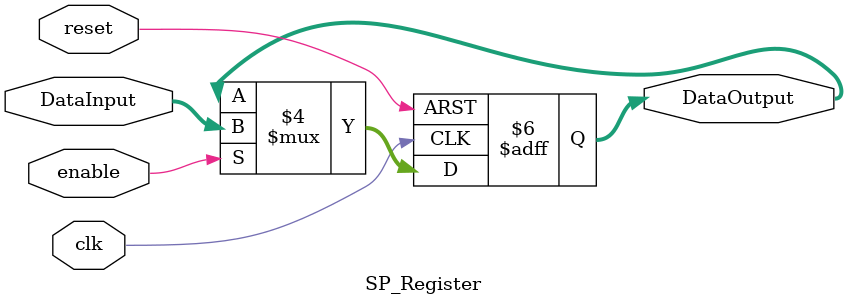
<source format=v>
module SP_Register
#(
	parameter N=32
)
(
	input clk,
	input reset,
	input enable,
	input  [N-1:0] DataInput,
	
	
	output reg [N-1:0] DataOutput
);

always@(negedge reset or posedge clk) begin
	if(reset==0)
		DataOutput <= 256;
	else	
		if(enable==1)
			DataOutput<=DataInput;
end

endmodule
</source>
